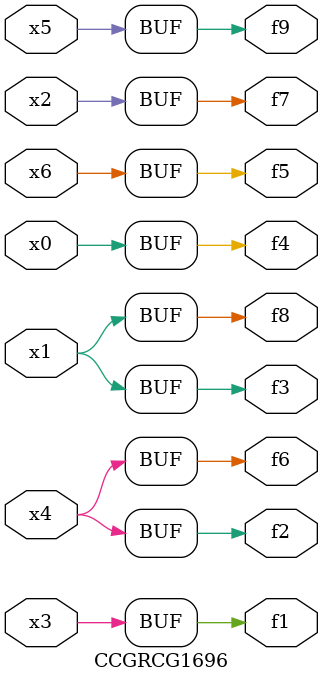
<source format=v>
module CCGRCG1696(
	input x0, x1, x2, x3, x4, x5, x6,
	output f1, f2, f3, f4, f5, f6, f7, f8, f9
);
	assign f1 = x3;
	assign f2 = x4;
	assign f3 = x1;
	assign f4 = x0;
	assign f5 = x6;
	assign f6 = x4;
	assign f7 = x2;
	assign f8 = x1;
	assign f9 = x5;
endmodule

</source>
